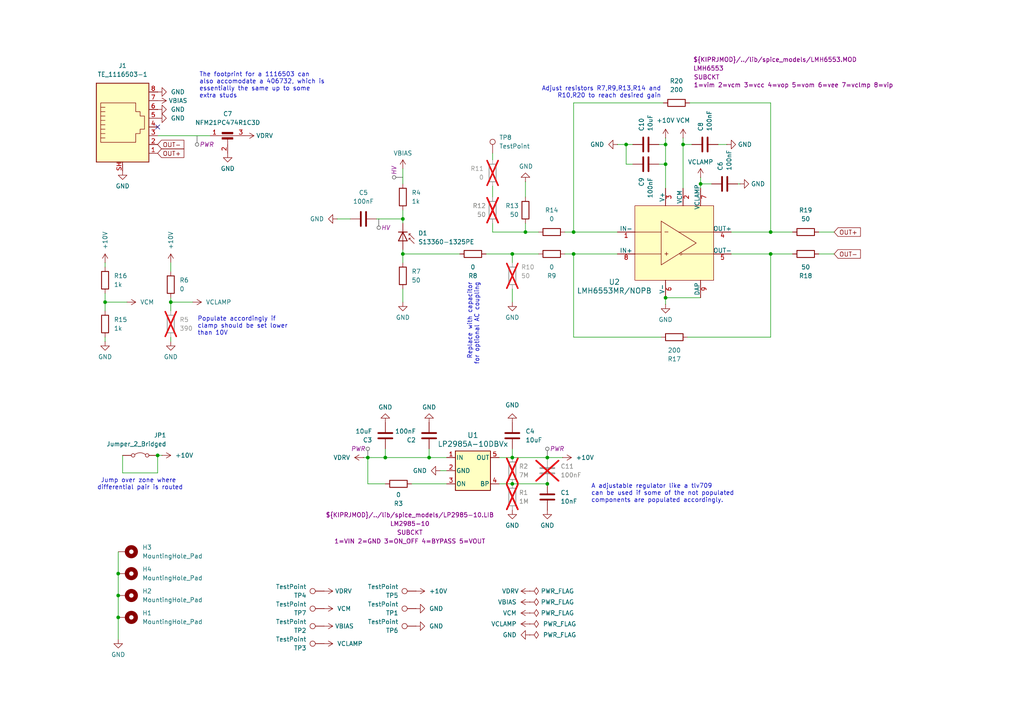
<source format=kicad_sch>
(kicad_sch (version 20250114) (generator "eeschema") (generator_version "9.0")
  (paper "A4")
  (title_block (title "CLAWS Sensor") (date "2024-12-17") (rev "4.2") (comment 1 "As this is an iteration on previous designs (V3.x), revision number starts at 4.0") (comment 2 "V4.1 addresses the issues discovered when building V4.0 prototypes") (comment 3 "V4.2 reduces number of different components used"))
  (lib_symbols
    (symbol "CLAWSv4:LMH6553MR_NOPB" (pin_names (offset 0))
      (property "Reference" "U" (at 18.034 -28.448 0))
      (property "Value" "LMH6553MR/NOPB" (at 18.034 -30.988 0))
      (property "Sim.Library" "${KIPRJMOD}/../lib/spice_models/LMH6553.MOD" (at 52.578 4.572 0))
      (property "Sim.Name" "LMH6553" (at -8.128 -2.54 0))
      (property "Sim.Device" "SUBCKT" (at -8.636 -0.508 0))
      (property "Sim.Pins" "1=vim 2=vcm 3=vcc 4=vop 5=vom 6=vee 7=vclmp 8=vip" (at 49.276 2.032 0))
      (symbol "LMH6553MR_NOPB_1_1"
        (rectangle (start -3.81 -5.08) (end 19.05 -26.67) (fill (type background)))
        (polyline (pts (xy 3.81 -9.525) (xy 13.97 -15.875) (xy 3.81 -22.225) (xy 3.81 -9.525)))
        (polyline (pts (xy 3.81 -12.7) (xy -3.81 -12.7)))
        (polyline (pts (xy 3.81 -19.05) (xy -3.81 -19.05)))
        (circle (center 9.525 -19.05) (radius 0.284))
        (polyline (pts (xy 19.05 -12.7) (xy 8.89 -12.7)))
        (polyline (pts (xy 19.05 -19.05) (xy 9.906 -19.05)))
        (text "-" (at 5.334 -12.573 0) (effects (font (size 1.27 1.27))))
        (text "+" (at 5.334 -18.923 0) (effects (font (size 1.27 1.27))))
        (pin input line (at -8.89 -12.7 0) (length 5.08) (name "IN-") (number "1"))
        (pin input line (at -8.89 -19.05 0) (length 5.08) (name "IN+") (number "8"))
        (pin power_in line (at 5.08 0 270) (length 5.08) (name "V+") (number "3"))
        (pin power_in line (at 5.08 -31.75 90) (length 5.08) (name "V-") (number "6"))
        (pin input line (at 10.16 0 270) (length 5.08) (name "VCM") (number "2"))
        (pin input line (at 15.24 0 270) (length 5.08) (name "VCLAMP") (number "7"))
        (pin passive line (at 15.24 -31.75 90) (length 5.08) (name "DAP") (number "9"))
        (pin output line (at 24.13 -12.7 180) (length 5.08) (name "OUT+") (number "4"))
        (pin output line (at 24.13 -19.05 180) (length 5.08) (name "OUT-") (number "5"))
      )
    )
    (symbol "CLAWSv4:LP2985A-10DBVx" (pin_names (offset 0.254))
      (property "Reference" "U" (at 7.62 6.35 0))
      (property "Value" "LP2985A-10DBVx" (at 7.62 3.81 0))
      (property "Sim.Library" "${KIPRJMOD}/../lib/spice_models/LP2985-10.LIB" (at -23.876 -16.51 0))
      (property "Sim.Name" "LM2985-10" (at -26.416 -8.382 0))
      (property "Sim.Device" "SUBCKT" (at -25.4 -10.922 0))
      (property "Sim.Pins" "1=VIN 2=GND 3=ON_OFF 4=BYPASS 5=VOUT" (at -25.4 -12.954 0))
      (symbol "LP2985A-10DBVx_0_1"
        (rectangle (start 2.54 1.905) (end 12.7 -9.525) (stroke (width 0.254)) (fill (type background)))
      )
      (symbol "LP2985A-10DBVx_1_1"
        (pin power_in line (at 0 0 0) (length 2.54) (name "IN") (number "1"))
        (pin power_in line (at 0 -3.81 0) (length 2.54) (name "GND") (number "2"))
        (pin input line (at 0 -7.62 0) (length 2.54) (name "ON") (number "3"))
        (pin power_out line (at 15.24 0 180) (length 2.54) (name "OUT") (number "5"))
        (pin input line (at 15.24 -7.62 180) (length 2.54) (name "BP") (number "4"))
      )
    )
    (symbol "CLAWSv4:RJ45_Shielded" (pin_names (offset 1.016))
      (property "Reference" "J" (at -5.08 13.97 0))
      (property "Value" "RJ45_Shielded" (at 2.54 13.97 0))
      (symbol "RJ45_Shielded_0_1"
        (rectangle (start -7.62 12.7) (end 7.62 -10.16) (stroke (width 0.254)) (fill (type background)))
        (polyline (pts (xy -6.35 1.905) (xy -5.08 1.905) (xy -5.08 1.905)))
        (polyline (pts (xy -6.35 0.635) (xy -5.08 0.635) (xy -5.08 0.635)))
        (polyline (pts (xy -6.35 -0.635) (xy -5.08 -0.635) (xy -5.08 -0.635)))
        (polyline (pts (xy -6.35 -1.905) (xy -5.08 -1.905) (xy -5.08 -1.905)))
        (polyline (pts (xy -6.35 -3.175) (xy -5.08 -3.175) (xy -5.08 -3.175)))
        (polyline (pts (xy -6.35 -4.445) (xy -6.35 6.985) (xy 3.81 6.985) (xy 3.81 4.445) (xy 5.08 4.445) (xy 5.08 3.175) (xy 6.35 3.175) (xy 6.35 -0.635) (xy 5.08 -0.635) (xy 5.08 -1.905) (xy 3.81 -1.905) (xy 3.81 -4.445) (xy -6.35 -4.445) (xy -6.35 -4.445)))
        (polyline (pts (xy -5.08 5.715) (xy -6.35 5.715)))
        (polyline (pts (xy -5.08 4.445) (xy -6.35 4.445)))
        (polyline (pts (xy -5.08 3.175) (xy -6.35 3.175) (xy -6.35 3.175)))
      )
      (symbol "RJ45_Shielded_1_1"
        (pin passive line (at 0 -12.7 90) (length 2.54) (name "~") (number "SH"))
        (pin passive line (at 10.16 10.16 180) (length 2.54) (name "~") (number "8"))
        (pin passive line (at 10.16 7.62 180) (length 2.54) (name "~") (number "7"))
        (pin passive line (at 10.16 5.08 180) (length 2.54) (name "~") (number "6"))
        (pin passive line (at 10.16 2.54 180) (length 2.54) (name "~") (number "5"))
        (pin passive line (at 10.16 0 180) (length 2.54) (name "~") (number "4"))
        (pin passive line (at 10.16 -2.54 180) (length 2.54) (name "~") (number "3"))
        (pin passive line (at 10.16 -5.08 180) (length 2.54) (name "~") (number "2"))
        (pin passive line (at 10.16 -7.62 180) (length 2.54) (name "~") (number "1"))
      )
    )
    (symbol "CLAWSv4:S14160-1315PS" (pin_numbers (hide yes)) (pin_names (hide yes))
      (property "Reference" "D" (at 1.778 1.778 0))
      (property "Value" "S14160-1315PS" (at 0.254 -2.794 0))
      (symbol "S14160-1315PS_0_1"
        (polyline (pts (xy -1.27 1.27) (xy -1.27 -1.27)) (stroke (width 0.254)))
        (polyline (pts (xy -1.27 0) (xy 1.27 0)))
        (polyline (pts (xy -0.762 1.778) (xy -0.254 1.778)))
        (polyline (pts (xy 0.762 3.302) (xy -0.762 1.778) (xy -0.762 2.286)))
        (polyline (pts (xy 1.27 1.27) (xy 1.27 -1.27)) (stroke (width 0.254)))
        (polyline (pts (xy 1.27 1.27) (xy -1.27 0) (xy 1.27 -1.27)) (stroke (width 0.254)))
        (polyline (pts (xy 2.032 3.302) (xy 0.508 1.778) (xy 0.508 2.286) (xy 0.508 1.778) (xy 1.016 1.778)))
      )
      (symbol "S14160-1315PS_1_1"
        (pin passive line (at -3.81 0 0) (length 2.54) (name "K") (number "2"))
        (pin passive line (at 3.81 0 180) (length 2.54) (name "A") (number "3"))
      )
    )
    (symbol "Connector:TestPoint" (pin_numbers (hide yes)) (pin_names (offset 0.762) (hide yes))
      (property "Reference" "TP" (at 0 6.858 0))
      (property "Value" "TestPoint" (at 0 5.08 0))
      (symbol "TestPoint_0_1"
        (circle (center 0 3.302) (radius 0.762))
      )
      (symbol "TestPoint_1_1"
        (pin passive line (at 0 0 90) (length 2.54) (name "1") (number "1"))
      )
    )
    (symbol "Device:C" (pin_numbers (hide yes)) (pin_names (offset 0.254))
      (property "Reference" "C" (at 0.635 2.54 0))
      (property "Value" "C" (at 0.635 -2.54 0))
      (symbol "C_0_1"
        (polyline (pts (xy -2.032 0.762) (xy 2.032 0.762)) (stroke (width 0.508)))
        (polyline (pts (xy -2.032 -0.762) (xy 2.032 -0.762)) (stroke (width 0.508)))
      )
      (symbol "C_1_1"
        (pin passive line (at 0 3.81 270) (length 2.794) (name "~") (number "1"))
        (pin passive line (at 0 -3.81 90) (length 2.794) (name "~") (number "2"))
      )
    )
    (symbol "Device:Filter_EMI_C" (pin_names (offset 0.254) (hide yes))
      (property "Reference" "C" (at 0 7.62 0))
      (property "Value" "Filter_EMI_C" (at 0 5.715 0))
      (symbol "Filter_EMI_C_0_1"
        (polyline (pts (xy -2.54 2.54) (xy 2.54 2.54)))
        (rectangle (start -1.651 1.524) (end 1.524 2.032) (fill (type outline)))
        (polyline (pts (xy 0 0) (xy 0 1.778)))
        (rectangle (start 1.524 3.048) (end -1.651 3.556) (fill (type outline)))
      )
      (symbol "Filter_EMI_C_1_1"
        (pin passive line (at -5.08 2.54 0) (length 2.54) (name "1") (number "1"))
        (pin passive line (at 0 -2.54 90) (length 2.54) (name "2") (number "2"))
        (pin passive line (at 5.08 2.54 180) (length 2.54) (name "3") (number "3"))
      )
    )
    (symbol "Device:R" (pin_numbers (hide yes)) (pin_names (offset 0))
      (property "Reference" "R" (at 2.032 0 90))
      (property "Value" "R" (at 0 0 90))
      (symbol "R_0_1"
        (rectangle (start -1.016 -2.54) (end 1.016 2.54) (stroke (width 0.254)))
      )
      (symbol "R_1_1"
        (pin passive line (at 0 3.81 270) (length 1.27) (name "~") (number "1"))
        (pin passive line (at 0 -3.81 90) (length 1.27) (name "~") (number "2"))
      )
    )
    (symbol "Jumper:Jumper_2_Bridged" (pin_numbers (hide yes)) (pin_names (offset 0) (hide yes))
      (property "Reference" "JP" (at 0 1.905 0))
      (property "Value" "Jumper_2_Bridged" (at 0 -2.54 0))
      (symbol "Jumper_2_Bridged_0_0"
        (circle (center -2.032 0) (radius 0.508))
        (circle (center 2.032 0) (radius 0.508))
      )
      (symbol "Jumper_2_Bridged_0_1"
        (arc (start -1.524 0.254) (mid 0 0.762) (end 1.524 0.254))
      )
      (symbol "Jumper_2_Bridged_1_1"
        (pin passive line (at -5.08 0 0) (length 2.54) (name "A") (number "1"))
        (pin passive line (at 5.08 0 180) (length 2.54) (name "B") (number "2"))
      )
    )
    (symbol "Mechanical:MountingHole_Pad" (pin_numbers (hide yes)) (pin_names (offset 1.016) (hide yes)) (in_bom no)
      (property "Reference" "H" (at 0 6.35 0))
      (property "Value" "MountingHole_Pad" (at 0 4.445 0))
      (symbol "MountingHole_Pad_0_1"
        (circle (center 0 1.27) (radius 1.27) (stroke (width 1.27)))
      )
      (symbol "MountingHole_Pad_1_1"
        (pin input line (at 0 -2.54 90) (length 2.54) (name "1") (number "1"))
      )
    )
    (symbol "power:+5V" (power) (pin_numbers (hide yes)) (pin_names (offset 0) (hide yes))
      (property "Value" "+5V" (at 0 3.556 0))
      (symbol "+5V_0_1"
        (polyline (pts (xy -0.762 1.27) (xy 0 2.54)))
        (polyline (pts (xy 0 2.54) (xy 0.762 1.27)))
        (polyline (pts (xy 0 0) (xy 0 2.54)))
      )
      (symbol "+5V_1_1"
        (pin power_in line (at 0 0 90) (length 0) (name "~") (number "1"))
      )
    )
    (symbol "power:GND" (power) (pin_numbers (hide yes)) (pin_names (offset 0) (hide yes))
      (property "Value" "GND" (at 0 -3.81 0))
      (symbol "GND_0_1"
        (polyline (pts (xy 0 0) (xy 0 -1.27) (xy 1.27 -1.27) (xy 0 -2.54) (xy -1.27 -1.27) (xy 0 -1.27)))
      )
      (symbol "GND_1_1"
        (pin power_in line (at 0 0 270) (length 0) (name "~") (number "1"))
      )
    )
    (symbol "power:PWR_FLAG" (power) (pin_numbers (hide yes)) (pin_names (offset 0) (hide yes))
      (property "Value" "PWR_FLAG" (at 0 3.81 0))
      (symbol "PWR_FLAG_0_0"
        (pin power_out line (at 0 0 90) (length 0) (name "~") (number "1"))
      )
      (symbol "PWR_FLAG_0_1"
        (polyline (pts (xy 0 0) (xy 0 1.27) (xy -1.016 1.905) (xy 0 2.54) (xy 1.016 1.905) (xy 0 1.27)))
      )
    )
    (symbol "power:VCC" (power) (pin_numbers (hide yes)) (pin_names (offset 0) (hide yes))
      (property "Value" "VCC" (at 0 3.556 0))
      (symbol "VCC_0_1"
        (polyline (pts (xy -0.762 1.27) (xy 0 2.54)))
        (polyline (pts (xy 0 2.54) (xy 0.762 1.27)))
        (polyline (pts (xy 0 0) (xy 0 2.54)))
      )
      (symbol "VCC_1_1"
        (pin power_in line (at 0 0 90) (length 0) (name "~") (number "1"))
      )
    )
  )
  (text "Adjust resistors R7,R9,R13,R14 and\nR10,R20 to reach desired gain" (at 191.77 28.575 0) (effects (font (size 1.27 1.27)) (justify right bottom)))
  (text "Replace with capacitor\nfor optional AC coupling" (at 139.065 81.915 90) (effects (font (size 1.27 1.27)) (justify right bottom)))
  (text "The footprint for a 1116503 can\nalso accomodate a 406732, which is\nessentially the same up to some \nextra studs" (at 57.785 20.955 0) (effects (font (size 1.27 1.27)) (justify left top)))
  (text "A adjustable regulator like a tlv709\ncan be used if some of the not populated\ncomponents are populated accordingly." (at 171.45 140.335 0) (effects (font (size 1.27 1.27)) (justify left top)))
  (text "Populate accordingly if \nclamp should be set lower\nthan 10V" (at 57.277 97.409 0) (effects (font (size 1.27 1.27)) (justify left bottom)))
  (text "Jump over zone where \ndifferential pair is routed" (at 40.64 138.684 0) (effects (font (size 1.27 1.27)) (justify top)))
  (junction (at 111.76 132.715))
  (junction (at 193.04 86.36))
  (junction (at 198.12 41.91))
  (junction (at 223.52 67.31))
  (junction (at 148.59 132.715))
  (junction (at 124.46 132.715))
  (junction (at 181.61 41.91))
  (junction (at 34.29 179.07))
  (junction (at 116.84 73.66))
  (junction (at 166.37 67.31))
  (junction (at 166.37 73.66))
  (junction (at 223.52 73.66))
  (junction (at 193.04 47.625))
  (junction (at 116.84 63.5))
  (junction (at 45.72 132.08))
  (junction (at 30.48 87.63))
  (junction (at 158.75 140.335))
  (junction (at 193.04 41.91))
  (junction (at 49.53 87.63))
  (junction (at 106.68 132.715))
  (junction (at 34.29 166.37))
  (junction (at 34.29 172.72))
  (junction (at 203.2 53.34))
  (junction (at 148.59 140.335))
  (junction (at 152.4 67.31))
  (junction (at 158.75 132.715))
  (junction (at 148.59 73.66))
  (no_connect (at 45.72 36.83))
  (wire (pts (xy 148.59 73.66) (xy 156.21 73.66)))
  (wire (pts (xy 152.4 57.15) (xy 152.4 52.705)))
  (wire (pts (xy 45.72 39.37) (xy 60.96 39.37)))
  (wire (pts (xy 223.52 73.66) (xy 212.09 73.66)))
  (wire (pts (xy 142.875 67.31) (xy 142.875 64.77)))
  (wire (pts (xy 152.4 67.31) (xy 156.21 67.31)))
  (wire (pts (xy 144.78 140.335) (xy 148.59 140.335)))
  (wire (pts (xy 223.52 29.845) (xy 223.52 67.31)))
  (wire (pts (xy 198.12 41.91) (xy 198.12 54.61)))
  (wire (pts (xy 49.53 87.63) (xy 49.53 86.36)))
  (wire (pts (xy 241.935 67.31) (xy 237.49 67.31)))
  (wire (pts (xy 105.41 132.715) (xy 106.68 132.715)))
  (wire (pts (xy 203.2 51.435) (xy 203.2 53.34)))
  (wire (pts (xy 45.72 132.08) (xy 45.72 137.16)))
  (wire (pts (xy 119.38 140.335) (xy 129.54 140.335)))
  (wire (pts (xy 198.12 41.91) (xy 200.66 41.91)))
  (wire (pts (xy 140.97 73.66) (xy 148.59 73.66)))
  (wire (pts (xy 124.46 130.175) (xy 124.46 132.715)))
  (wire (pts (xy 166.37 73.66) (xy 179.07 73.66)))
  (wire (pts (xy 152.4 67.31) (xy 142.875 67.31)))
  (wire (pts (xy 148.59 140.335) (xy 158.75 140.335)))
  (wire (pts (xy 166.37 73.66) (xy 166.37 97.79)))
  (wire (pts (xy 97.79 63.5) (xy 101.6 63.5)))
  (wire (pts (xy 181.61 47.625) (xy 183.515 47.625)))
  (wire (pts (xy 109.22 63.5) (xy 116.84 63.5)))
  (wire (pts (xy 116.84 48.895) (xy 116.84 53.34)))
  (wire (pts (xy 34.29 179.07) (xy 34.29 185.42)))
  (wire (pts (xy 30.48 76.2) (xy 30.48 77.47)))
  (wire (pts (xy 148.59 132.715) (xy 144.78 132.715)))
  (wire (pts (xy 181.61 41.91) (xy 183.515 41.91)))
  (wire (pts (xy 181.61 41.91) (xy 181.61 47.625)))
  (wire (pts (xy 116.84 72.39) (xy 116.84 73.66)))
  (wire (pts (xy 49.53 90.17) (xy 49.53 87.63)))
  (wire (pts (xy 34.29 160.02) (xy 34.29 166.37)))
  (wire (pts (xy 116.84 63.5) (xy 116.84 64.77)))
  (wire (pts (xy 111.76 130.175) (xy 111.76 132.715)))
  (wire (pts (xy 191.135 47.625) (xy 193.04 47.625)))
  (wire (pts (xy 111.76 132.715) (xy 124.46 132.715)))
  (wire (pts (xy 163.83 67.31) (xy 166.37 67.31)))
  (wire (pts (xy 191.135 41.91) (xy 193.04 41.91)))
  (wire (pts (xy 166.37 73.66) (xy 163.83 73.66)))
  (wire (pts (xy 223.52 67.31) (xy 212.09 67.31)))
  (wire (pts (xy 166.37 97.79) (xy 191.77 97.79)))
  (wire (pts (xy 229.87 67.31) (xy 223.52 67.31)))
  (wire (pts (xy 166.37 67.31) (xy 179.07 67.31)))
  (wire (pts (xy 213.995 53.34) (xy 214.63 53.34)))
  (wire (pts (xy 148.59 83.82) (xy 148.59 87.63)))
  (wire (pts (xy 49.53 78.74) (xy 49.53 76.2)))
  (wire (pts (xy 106.68 140.335) (xy 111.76 140.335)))
  (wire (pts (xy 148.59 130.175) (xy 148.59 132.715)))
  (wire (pts (xy 198.12 40.005) (xy 198.12 41.91)))
  (wire (pts (xy 127.635 136.525) (xy 129.54 136.525)))
  (wire (pts (xy 142.875 57.15) (xy 142.875 53.975)))
  (wire (pts (xy 124.46 132.715) (xy 129.54 132.715)))
  (wire (pts (xy 106.68 132.715) (xy 111.76 132.715)))
  (wire (pts (xy 148.59 73.66) (xy 148.59 76.2)))
  (wire (pts (xy 193.04 47.625) (xy 193.04 54.61)))
  (wire (pts (xy 49.53 97.79) (xy 49.53 99.06)))
  (wire (pts (xy 35.56 137.16) (xy 35.56 132.08)))
  (wire (pts (xy 203.2 53.34) (xy 203.2 54.61)))
  (wire (pts (xy 163.195 132.715) (xy 158.75 132.715)))
  (wire (pts (xy 34.29 166.37) (xy 34.29 172.72)))
  (wire (pts (xy 30.48 85.09) (xy 30.48 87.63)))
  (wire (pts (xy 106.68 132.715) (xy 106.68 140.335)))
  (wire (pts (xy 30.48 87.63) (xy 36.83 87.63)))
  (wire (pts (xy 116.84 73.66) (xy 133.35 73.66)))
  (wire (pts (xy 193.04 86.36) (xy 203.2 86.36)))
  (wire (pts (xy 208.28 41.91) (xy 210.82 41.91)))
  (wire (pts (xy 166.37 29.845) (xy 166.37 67.31)))
  (wire (pts (xy 34.29 172.72) (xy 34.29 179.07)))
  (wire (pts (xy 241.935 73.66) (xy 237.49 73.66)))
  (wire (pts (xy 229.87 73.66) (xy 223.52 73.66)))
  (wire (pts (xy 223.52 97.79) (xy 223.52 73.66)))
  (wire (pts (xy 158.75 132.715) (xy 148.59 132.715)))
  (wire (pts (xy 30.48 87.63) (xy 30.48 90.17)))
  (wire (pts (xy 200.025 29.845) (xy 223.52 29.845)))
  (wire (pts (xy 193.04 41.91) (xy 193.04 47.625)))
  (wire (pts (xy 199.39 97.79) (xy 223.52 97.79)))
  (wire (pts (xy 193.04 40.005) (xy 193.04 41.91)))
  (wire (pts (xy 45.72 137.16) (xy 35.56 137.16)))
  (wire (pts (xy 142.875 44.45) (xy 142.875 46.355)))
  (wire (pts (xy 49.53 87.63) (xy 55.88 87.63)))
  (wire (pts (xy 46.99 132.08) (xy 45.72 132.08)))
  (wire (pts (xy 193.04 88.265) (xy 193.04 86.36)))
  (wire (pts (xy 116.84 73.66) (xy 116.84 76.2)))
  (wire (pts (xy 116.84 60.96) (xy 116.84 63.5)))
  (wire (pts (xy 152.4 67.31) (xy 152.4 64.77)))
  (wire (pts (xy 203.2 53.34) (xy 206.375 53.34)))
  (wire (pts (xy 192.405 29.845) (xy 166.37 29.845)))
  (wire (pts (xy 116.84 83.82) (xy 116.84 87.63)))
  (wire (pts (xy 30.48 99.06) (xy 30.48 97.79)))
  (wire (pts (xy 179.07 41.91) (xy 181.61 41.91)))
  (global_label "OUT-" (shape input) (at 241.935 73.66 0) (property "Intersheetrefs" "${INTERSHEET_REFS}" (effects (hide yes))))
  (global_label "OUT+" (shape input) (at 241.935 67.31 0) (property "Intersheetrefs" "${INTERSHEET_REFS}" (effects (hide yes))))
  (global_label "OUT+" (shape input) (at 45.72 44.45 0) (property "Intersheetrefs" "${INTERSHEET_REFS}" (effects (hide yes))))
  (global_label "OUT-" (shape input) (at 45.72 41.91 0) (property "Intersheetrefs" "${INTERSHEET_REFS}" (effects (hide yes))))
  (netclass_flag "" (length 2.54) (shape round) (at 109.855 63.5 180) (property "Netclass" "HV" (at 110.5535 66.04 0) (effects (font (italic yes)) (justify left))))
  (netclass_flag "" (length 2.54) (shape round) (at 106.68 132.715 0) (property "Netclass" "PWR" (at 105.9815 130.175 0) (effects (font (italic yes)) (justify right))))
  (netclass_flag "" (length 2.54) (shape round) (at 57.15 39.37 180) (property "Netclass" "PWR" (at 57.8485 41.91 0) (effects (font (italic yes)) (justify left))))
  (netclass_flag "" (length 2.54) (shape round) (at 158.75 132.715 0) (property "Netclass" "PWR" (at 159.4485 130.175 0) (effects (font (italic yes)) (justify left))))
  (netclass_flag "" (length 2.54) (shape round) (at 116.84 51.435 90) (property "Netclass" "HV" (at 114.3 50.7365 90) (effects (font (italic yes)) (justify left))))
  (symbol (lib_id "power:GND") (at 49.53 99.06 0) (unit 1)
    (property "Reference" "#PWR025" (effects (hide yes)))
    (property "Value" "GND" (at 49.53 103.505 0))
    (property "Description" "Power symbol creates a global label with name \"GND\" , ground" (effects (hide yes)))
  )
  (symbol (lib_id "power:GND") (at 152.4 52.705 180) (unit 1)
    (property "Reference" "#PWR014" (effects (hide yes)))
    (property "Value" "GND" (at 150.495 48.26 0) (effects (justify right)))
    (property "Description" "Power symbol creates a global label with name \"GND\" , ground" (effects (hide yes)))
  )
  (symbol (lib_id "power:GND") (at 116.84 87.63 0) (unit 1)
    (property "Reference" "#PWR021" (effects (hide yes)))
    (property "Value" "GND" (at 116.84 92.075 0))
    (property "Description" "Power symbol creates a global label with name \"GND\" , ground" (effects (hide yes)))
  )
  (symbol (lib_id "Device:C") (at 187.325 41.91 270) (unit 1)
    (property "Reference" "C10" (at 186.0549 38.1 0) (effects (justify right)))
    (property "Value" "10uF" (at 188.5949 38.1 0) (effects (justify right)))
    (property "Footprint" "Capacitor_SMD:C_0603_1608Metric" (effects (hide yes)))
    (property "Description" "Unpolarized capacitor" (effects (hide yes)))
    (property "Part Number" "GRM188R61E106KA73D" (effects (hide yes)))
  )
  (symbol (lib_id "CLAWSv4:LMH6553MR_NOPB") (at 187.96 54.61 0) (unit 1)
    (property "Reference" "U2" (at 178.181 81.788 0) (effects (font (size 1.524 1.524))))
    (property "Value" "LMH6553MR/NOPB" (at 178.181 84.328 0) (effects (font (size 1.524 1.524))))
    (property "Footprint" "CLAWSv4:MRA08B" (effects (hide yes)))
    (property "Datasheet" "https://www.ti.com/lit/gpn/lmh6553" (effects (hide yes)))
    (property "Sim.Library" "${KIPRJMOD}/../lib/spice_models/LMH6553.MOD" (at 224.79 17.272 0))
    (property "Sim.Name" "LMH6553" (at 205.486 19.812 0))
    (property "Sim.Device" "SUBCKT" (at 204.978 22.352 0))
    (property "Sim.Pins" "1=vim 2=vcm 3=vcc 4=vop 5=vom 6=vee 7=vclmp 8=vip" (at 230.124 24.638 0))
    (property "Part Number" "LMH6553MRE/NOPB" (effects (hide yes)))
  )
  (symbol (lib_id "power:+5V") (at 153.67 180.975 90) (unit 1)
    (property "Reference" "#PWR050" (effects (hide yes)))
    (property "Value" "VCLAMP" (at 149.86 180.9749 90) (effects (justify left)))
    (property "Description" "Power symbol creates a global label with name \"+5V\"" (effects (hide yes)))
  )
  (symbol (lib_id "power:+5V") (at 198.12 40.005 0) (unit 1)
    (property "Reference" "#PWR07" (effects (hide yes)))
    (property "Value" "VCM" (at 198.12 34.925 0))
    (property "Description" "Power symbol creates a global label with name \"+5V\"" (effects (hide yes)))
  )
  (symbol (lib_id "Connector:TestPoint") (at 93.98 171.45 90) (unit 1)
    (property "Reference" "TP4" (at 88.9 172.7201 90) (effects (justify left)))
    (property "Value" "TestPoint" (at 88.9 170.1801 90) (effects (justify left)))
    (property "Footprint" "TestPoint:TestPoint_THTPad_D1.5mm_Drill0.7mm" (effects (hide yes)))
    (property "Description" "test point" (effects (hide yes)))
  )
  (symbol (lib_id "Connector:TestPoint") (at 120.65 181.61 90) (unit 1)
    (property "Reference" "TP6" (at 115.57 182.8801 90) (effects (justify left)))
    (property "Value" "TestPoint" (at 115.57 180.3401 90) (effects (justify left)))
    (property "Footprint" "TestPoint:TestPoint_THTPad_D1.5mm_Drill0.7mm" (effects (hide yes)))
    (property "Description" "test point" (effects (hide yes)))
  )
  (symbol (lib_id "power:+5V") (at 55.88 87.63 270) (unit 1)
    (property "Reference" "#PWR020" (effects (hide yes)))
    (property "Value" "VCLAMP" (at 59.69 87.6299 90) (effects (justify left)))
    (property "Description" "Power symbol creates a global label with name \"+5V\"" (effects (hide yes)))
  )
  (symbol (lib_id "power:GND") (at 97.79 63.5 270) (unit 1)
    (property "Reference" "#PWR016" (effects (hide yes)))
    (property "Value" "GND" (at 93.98 63.4999 90) (effects (justify right)))
    (property "Description" "Power symbol creates a global label with name \"GND\" , ground" (effects (hide yes)))
  )
  (symbol (lib_id "Device:R") (at 160.02 67.31 90) (unit 1)
    (property "Reference" "R14" (at 160.02 60.96 90))
    (property "Value" "0" (at 160.02 63.5 90))
    (property "Footprint" "Resistor_SMD:R_0603_1608Metric" (effects (hide yes)))
    (property "Description" "Resistor" (effects (hide yes)))
    (property "Part Number" "ERJ-3GEY0R00V" (effects (hide yes)))
  )
  (symbol (lib_id "Mechanical:MountingHole_Pad") (at 36.83 160.02 270) (unit 1)
    (property "Reference" "H3" (at 41.275 158.7499 90) (effects (justify left)))
    (property "Value" "MountingHole_Pad" (at 41.275 161.2899 90) (effects (justify left)))
    (property "Footprint" "MountingHole:MountingHole_3.2mm_M3_ISO7380_Pad_TopBottom" (effects (hide yes)))
    (property "Description" "Mounting Hole with connection" (effects (hide yes)))
  )
  (symbol (lib_id "CLAWSv4:RJ45_Shielded") (at 35.56 36.83 0) (unit 1)
    (property "Reference" "J1" (at 35.56 19.05 0))
    (property "Value" "TE_1116503-1" (at 35.56 21.59 0))
    (property "Footprint" "CLAWSv4:TE_1116503" (effects (hide yes)))
    (property "Datasheet" "https://www.te.com/en/product-406732-2.html" (effects (hide yes)))
    (property "Description" "RJ connector, 8P8C (8 positions 8 connected), Shielded" (effects (hide yes)))
    (property "Part Number" "TE_1116503-1" (effects (hide yes)))
  )
  (symbol (lib_id "power:GND") (at 35.56 49.53 0) (unit 1)
    (property "Reference" "#PWR012" (effects (hide yes)))
    (property "Value" "GND" (at 35.56 53.975 0))
    (property "Description" "Power symbol creates a global label with name \"GND\" , ground" (effects (hide yes)))
  )
  (symbol (lib_id "power:+5V") (at 153.67 177.8 90) (unit 1)
    (property "Reference" "#PWR049" (effects (hide yes)))
    (property "Value" "VCM" (at 149.86 177.8001 90) (effects (justify left)))
    (property "Description" "Power symbol creates a global label with name \"+5V\"" (effects (hide yes)))
  )
  (symbol (lib_id "CLAWSv4:S14160-1315PS") (at 116.84 68.58 270) (unit 1)
    (property "Reference" "D1" (at 121.285 67.6274 90) (effects (justify left)))
    (property "Value" "S13360-1325PE" (at 121.285 70.1674 90) (effects (justify left)))
    (property "Footprint" "CLAWSv4:Hamamatsu_Sxxx60-13xxXX_hand_solder" (effects (hide yes)))
    (property "Datasheet" "${KIPRJMOD}/../lib/datasheets/s14160-1310ps_etc_kapd1070e.pdf" (effects (hide yes)))
    (property "Description" "wide dynamic range Multi-Pixel Photon Counter with 15µm pixel pitch" (effects (hide yes)))
    (property "Part Number" "S13360-1325PE" (effects (hide yes)))
  )
  (symbol (lib_id "power:+5V") (at 163.195 132.715 270) (unit 1)
    (property "Reference" "#PWR034" (effects (hide yes)))
    (property "Value" "+10V" (at 167.005 132.7149 90) (effects (justify left)))
    (property "Description" "Power symbol creates a global label with name \"+5V\"" (effects (hide yes)))
  )
  (symbol (lib_id "power:VCC") (at 105.41 132.715 90) (unit 1)
    (property "Reference" "#PWR033" (effects (hide yes)))
    (property "Value" "VDRV" (at 101.6 132.7149 90) (effects (justify left)))
    (property "Description" "Power symbol creates a global label with name \"VCC\"" (effects (hide yes)))
  )
  (symbol (lib_id "power:GND") (at 193.04 88.265 0) (unit 1)
    (property "Reference" "#PWR023" (effects (hide yes)))
    (property "Value" "GND" (at 193.04 92.71 0))
    (property "Description" "Power symbol creates a global label with name \"GND\" , ground" (effects (hide yes)))
  )
  (symbol (lib_id "Device:C") (at 105.41 63.5 90) (unit 1)
    (property "Reference" "C5" (at 105.41 55.88 90))
    (property "Value" "100nF" (at 105.41 58.42 90))
    (property "Footprint" "Capacitor_SMD:C_0603_1608Metric" (effects (hide yes)))
    (property "Description" "Unpolarized capacitor" (effects (hide yes)))
    (property "Part Number" "GRM188R72A104KA35D" (effects (hide yes)))
  )
  (symbol (lib_id "power:+5V") (at 203.2 51.435 0) (unit 1)
    (property "Reference" "#PWR013" (effects (hide yes)))
    (property "Value" "VCLAMP" (at 203.2 46.99 0))
    (property "Description" "Power symbol creates a global label with name \"+5V\"" (effects (hide yes)))
  )
  (symbol (lib_id "power:VCC") (at 93.98 171.45 270) (unit 1)
    (property "Reference" "#PWR043" (effects (hide yes)))
    (property "Value" "VDRV" (at 97.155 171.4501 90) (effects (justify left)))
    (property "Description" "Power symbol creates a global label with name \"VCC\"" (effects (hide yes)))
  )
  (symbol (lib_id "power:GND") (at 66.04 44.45 0) (unit 1)
    (property "Reference" "#PWR010" (effects (hide yes)))
    (property "Value" "GND" (at 66.04 48.895 0))
    (property "Description" "Power symbol creates a global label with name \"GND\" , ground" (effects (hide yes)))
  )
  (symbol (lib_id "Mechanical:MountingHole_Pad") (at 36.83 179.07 270) (unit 1)
    (property "Reference" "H1" (at 41.275 177.7999 90) (effects (justify left)))
    (property "Value" "MountingHole_Pad" (at 41.275 180.3399 90) (effects (justify left)))
    (property "Footprint" "MountingHole:MountingHole_3.2mm_M3_ISO7380_Pad_TopBottom" (effects (hide yes)))
    (property "Description" "Mounting Hole with connection" (effects (hide yes)))
  )
  (symbol (lib_id "power:VCC") (at 153.67 174.625 90) (unit 1)
    (property "Reference" "#PWR046" (effects (hide yes)))
    (property "Value" "VBIAS" (at 149.86 174.6249 90) (effects (justify left)))
    (property "Description" "Power symbol creates a global label with name \"VCC\"" (effects (hide yes)))
  )
  (symbol (lib_id "Device:C") (at 210.185 53.34 270) (unit 1)
    (property "Reference" "C6" (at 208.9149 49.53 0) (effects (justify right)))
    (property "Value" "100nF" (at 211.4549 49.53 0) (effects (justify right)))
    (property "Footprint" "Capacitor_SMD:C_0603_1608Metric" (effects (hide yes)))
    (property "Description" "Unpolarized capacitor" (effects (hide yes)))
    (property "Part Number" "GRM188R72A104KA35D" (effects (hide yes)))
  )
  (symbol (lib_id "power:GND") (at 214.63 53.34 90) (unit 1)
    (property "Reference" "#PWR015" (effects (hide yes)))
    (property "Value" "GND" (at 217.805 53.3399 90) (effects (justify right)))
    (property "Description" "Power symbol creates a global label with name \"GND\" , ground" (effects (hide yes)))
  )
  (symbol (lib_id "power:VCC") (at 93.98 181.61 270) (unit 1)
    (property "Reference" "#PWR051" (effects (hide yes)))
    (property "Value" "VBIAS" (at 97.155 181.6099 90) (effects (justify left)))
    (property "Description" "Power symbol creates a global label with name \"VCC\"" (effects (hide yes)))
  )
  (symbol (lib_id "power:GND") (at 127.635 136.525 270) (unit 1)
    (property "Reference" "#PWR037" (effects (hide yes)))
    (property "Value" "GND" (at 123.825 136.5249 90) (effects (justify right)))
    (property "Description" "Power symbol creates a global label with name \"GND\" , ground" (effects (hide yes)))
  )
  (symbol (lib_id "Device:R") (at 142.875 50.165 0) (mirror y) (unit 1) (dnp yes)
    (property "Reference" "R11" (at 140.335 48.8949 0) (effects (justify left)))
    (property "Value" "0" (at 140.335 51.4349 0) (effects (justify left)))
    (property "Footprint" "Resistor_SMD:R_0603_1608Metric" (effects (hide yes)))
    (property "Description" "Resistor" (effects (hide yes)))
    (property "Part Number" "ERJ-3GEY0R00V" (effects (hide yes)))
  )
  (symbol (lib_id "power:GND") (at 45.72 34.29 90) (unit 1)
    (property "Reference" "#PWR04" (effects (hide yes)))
    (property "Value" "GND" (at 49.53 34.2899 90) (effects (justify right)))
    (property "Description" "Power symbol creates a global label with name \"GND\" , ground" (effects (hide yes)))
  )
  (symbol (lib_id "Device:C") (at 158.75 144.145 180) (unit 1)
    (property "Reference" "C1" (at 162.56 142.8749 0) (effects (justify right)))
    (property "Value" "10nF" (at 162.56 145.4149 0) (effects (justify right)))
    (property "Footprint" "Capacitor_SMD:C_0603_1608Metric" (effects (hide yes)))
    (property "Description" "Unpolarized capacitor" (effects (hide yes)))
    (property "Part Number" "GRM188R72A103KA01D" (effects (hide yes)))
  )
  (symbol (lib_id "Device:R") (at 195.58 97.79 90) (mirror x) (unit 1)
    (property "Reference" "R17" (at 195.58 104.14 90))
    (property "Value" "200" (at 195.58 101.6 90))
    (property "Footprint" "Resistor_SMD:R_0603_1608Metric" (effects (hide yes)))
    (property "Description" "Resistor" (effects (hide yes)))
    (property "Part Number" "ERJ-3GEYJ201V" (effects (hide yes)))
  )
  (symbol (lib_id "power:PWR_FLAG") (at 153.67 174.625 270) (unit 1)
    (property "Reference" "#FLG02" (effects (hide yes)))
    (property "Value" "PWR_FLAG" (at 156.845 174.6249 90) (effects (justify left)))
    (property "Description" "Special symbol for telling ERC where power comes from" (effects (hide yes)))
  )
  (symbol (lib_id "Device:R") (at 160.02 73.66 90) (mirror x) (unit 1)
    (property "Reference" "R9" (at 160.02 80.01 90))
    (property "Value" "0" (at 160.02 77.47 90))
    (property "Footprint" "Resistor_SMD:R_0603_1608Metric" (effects (hide yes)))
    (property "Description" "Resistor" (effects (hide yes)))
    (property "Part Number" "ERJ-3GEY0R00V" (effects (hide yes)))
  )
  (symbol (lib_id "power:GND") (at 158.75 147.955 0) (unit 1)
    (property "Reference" "#PWR040" (effects (hide yes)))
    (property "Value" "GND" (at 158.75 152.4 0))
    (property "Description" "Power symbol creates a global label with name \"GND\" , ground" (effects (hide yes)))
  )
  (symbol (lib_id "power:+5V") (at 30.48 76.2 0) (unit 1)
    (property "Reference" "#PWR017" (effects (hide yes)))
    (property "Value" "+10V" (at 30.4799 72.39 90) (effects (justify left)))
    (property "Description" "Power symbol creates a global label with name \"+5V\"" (effects (hide yes)))
  )
  (symbol (lib_id "power:GND") (at 34.29 185.42 0) (unit 1)
    (property "Reference" "#PWR054" (effects (hide yes)))
    (property "Value" "GND" (at 34.29 189.865 0))
    (property "Description" "Power symbol creates a global label with name \"GND\" , ground" (effects (hide yes)))
  )
  (symbol (lib_id "power:+5V") (at 120.65 171.45 270) (unit 1)
    (property "Reference" "#PWR044" (effects (hide yes)))
    (property "Value" "+10V" (at 124.46 171.4499 90) (effects (justify left)))
    (property "Description" "Power symbol creates a global label with name \"+5V\"" (effects (hide yes)))
  )
  (symbol (lib_id "Connector:TestPoint") (at 120.65 171.45 90) (unit 1)
    (property "Reference" "TP5" (at 115.57 172.7201 90) (effects (justify left)))
    (property "Value" "TestPoint" (at 115.57 170.1801 90) (effects (justify left)))
    (property "Footprint" "TestPoint:TestPoint_THTPad_D1.5mm_Drill0.7mm" (effects (hide yes)))
    (property "Description" "test point" (effects (hide yes)))
  )
  (symbol (lib_id "Connector:TestPoint") (at 93.98 181.61 90) (unit 1)
    (property "Reference" "TP2" (at 88.9 182.8801 90) (effects (justify left)))
    (property "Value" "TestPoint" (at 88.9 180.3401 90) (effects (justify left)))
    (property "Footprint" "TestPoint:TestPoint_THTPad_D1.5mm_Drill0.7mm" (effects (hide yes)))
    (property "Description" "test point" (effects (hide yes)))
  )
  (symbol (lib_id "Device:C") (at 148.59 126.365 180) (unit 1)
    (property "Reference" "C4" (at 152.4 125.0949 0) (effects (justify right)))
    (property "Value" "10uF" (at 152.4 127.6349 0) (effects (justify right)))
    (property "Footprint" "Capacitor_SMD:C_0603_1608Metric" (effects (hide yes)))
    (property "Description" "Unpolarized capacitor" (effects (hide yes)))
    (property "Part Number" "GRM188R61E106KA73D" (effects (hide yes)))
  )
  (symbol (lib_id "Device:R") (at 233.68 73.66 270) (unit 1)
    (property "Reference" "R18" (at 233.68 80.01 90))
    (property "Value" "50" (at 233.68 77.47 90))
    (property "Footprint" "Resistor_SMD:R_0603_1608Metric" (effects (hide yes)))
    (property "Description" "Resistor" (effects (hide yes)))
    (property "Part Number" "ERJ-3EKF49R9V" (effects (hide yes)))
  )
  (symbol (lib_id "Mechanical:MountingHole_Pad") (at 36.83 166.37 270) (unit 1)
    (property "Reference" "H4" (at 41.275 165.0999 90) (effects (justify left)))
    (property "Value" "MountingHole_Pad" (at 41.275 167.6399 90) (effects (justify left)))
    (property "Footprint" "MountingHole:MountingHole_3.2mm_M3_ISO7380_Pad_TopBottom" (effects (hide yes)))
    (property "Description" "Mounting Hole with connection" (effects (hide yes)))
  )
  (symbol (lib_id "Device:C") (at 124.46 126.365 0) (unit 1)
    (property "Reference" "C2" (at 120.65 127.6351 0) (effects (justify right)))
    (property "Value" "100nF" (at 120.65 125.0951 0) (effects (justify right)))
    (property "Footprint" "Capacitor_SMD:C_0603_1608Metric" (effects (hide yes)))
    (property "Description" "Unpolarized capacitor" (effects (hide yes)))
    (property "Part Number" "GRM188R72A104KA35D" (effects (hide yes)))
  )
  (symbol (lib_id "Connector:TestPoint") (at 93.98 186.69 90) (unit 1)
    (property "Reference" "TP3" (at 88.9 187.9601 90) (effects (justify left)))
    (property "Value" "TestPoint" (at 88.9 185.4201 90) (effects (justify left)))
    (property "Footprint" "TestPoint:TestPoint_THTPad_D1.5mm_Drill0.7mm" (effects (hide yes)))
    (property "Description" "test point" (effects (hide yes)))
  )
  (symbol (lib_id "power:GND") (at 153.67 184.15 270) (unit 1)
    (property "Reference" "#PWR053" (effects (hide yes)))
    (property "Value" "GND" (at 149.86 184.1499 90) (effects (justify right)))
    (property "Description" "Power symbol creates a global label with name \"GND\" , ground" (effects (hide yes)))
  )
  (symbol (lib_id "Device:R") (at 115.57 140.335 270) (mirror x) (unit 1)
    (property "Reference" "R3" (at 115.57 146.05 90))
    (property "Value" "0" (at 115.57 143.51 90))
    (property "Footprint" "Resistor_SMD:R_0603_1608Metric" (effects (hide yes)))
    (property "Description" "Resistor" (effects (hide yes)))
    (property "Part Number" "ERJ-3GEY0R00V" (effects (hide yes)))
  )
  (symbol (lib_id "Device:C") (at 111.76 126.365 0) (unit 1)
    (property "Reference" "C3" (at 107.95 127.6351 0) (effects (justify right)))
    (property "Value" "10uF" (at 107.95 125.0951 0) (effects (justify right)))
    (property "Footprint" "Capacitor_SMD:C_0603_1608Metric" (effects (hide yes)))
    (property "Description" "Unpolarized capacitor" (effects (hide yes)))
    (property "Part Number" "GRM188R61E106KA73D" (effects (hide yes)))
  )
  (symbol (lib_id "power:GND") (at 45.72 26.67 90) (unit 1)
    (property "Reference" "#PWR01" (effects (hide yes)))
    (property "Value" "GND" (at 49.53 26.6699 90) (effects (justify right)))
    (property "Description" "Power symbol creates a global label with name \"GND\" , ground" (effects (hide yes)))
  )
  (symbol (lib_id "Device:R") (at 137.16 73.66 90) (mirror x) (unit 1)
    (property "Reference" "R8" (at 137.16 80.01 90))
    (property "Value" "0" (at 137.16 77.47 90))
    (property "Footprint" "Resistor_SMD:R_0603_1608Metric" (effects (hide yes)))
    (property "Description" "Resistor" (effects (hide yes)))
    (property "Part Number" "ERJ-3GEY0R00V" (effects (hide yes)))
  )
  (symbol (lib_id "power:PWR_FLAG") (at 153.67 184.15 270) (unit 1)
    (property "Reference" "#FLG05" (effects (hide yes)))
    (property "Value" "PWR_FLAG" (at 157.48 184.1499 90) (effects (justify left)))
    (property "Description" "Special symbol for telling ERC where power comes from" (effects (hide yes)))
  )
  (symbol (lib_id "power:+5V") (at 193.04 40.005 0) (unit 1)
    (property "Reference" "#PWR06" (effects (hide yes)))
    (property "Value" "+10V" (at 193.04 34.925 0))
    (property "Description" "Power symbol creates a global label with name \"+5V\"" (effects (hide yes)))
  )
  (symbol (lib_id "Device:C") (at 204.47 41.91 270) (unit 1)
    (property "Reference" "C8" (at 203.1999 38.1 0) (effects (justify right)))
    (property "Value" "100nF" (at 205.7399 38.1 0) (effects (justify right)))
    (property "Footprint" "Capacitor_SMD:C_0603_1608Metric" (effects (hide yes)))
    (property "Description" "Unpolarized capacitor" (effects (hide yes)))
    (property "Part Number" "GRM188R72A104KA35D" (effects (hide yes)))
  )
  (symbol (lib_id "Device:R") (at 30.48 93.98 0) (unit 1)
    (property "Reference" "R15" (at 33.02 92.7099 0) (effects (justify left)))
    (property "Value" "1k" (at 33.02 95.2499 0) (effects (justify left)))
    (property "Footprint" "Resistor_SMD:R_0603_1608Metric" (effects (hide yes)))
    (property "Description" "Resistor" (effects (hide yes)))
    (property "Part Number" "ERJ-3EKF1001V" (effects (hide yes)))
  )
  (symbol (lib_id "Device:R") (at 116.84 57.15 0) (unit 1)
    (property "Reference" "R4" (at 119.38 55.8799 0) (effects (justify left)))
    (property "Value" "1k" (at 119.38 58.4199 0) (effects (justify left)))
    (property "Footprint" "Resistor_SMD:R_0603_1608Metric" (effects (hide yes)))
    (property "Description" "Resistor" (effects (hide yes)))
    (property "Part Number" "ERJ-3EKF1001V" (effects (hide yes)))
  )
  (symbol (lib_id "power:GND") (at 148.59 87.63 0) (unit 1)
    (property "Reference" "#PWR022" (effects (hide yes)))
    (property "Value" "GND" (at 148.59 92.075 0))
    (property "Description" "Power symbol creates a global label with name \"GND\" , ground" (effects (hide yes)))
  )
  (symbol (lib_id "power:GND") (at 148.59 147.955 0) (unit 1)
    (property "Reference" "#PWR039" (effects (hide yes)))
    (property "Value" "GND" (at 148.59 152.4 0))
    (property "Description" "Power symbol creates a global label with name \"GND\" , ground" (effects (hide yes)))
  )
  (symbol (lib_id "power:GND") (at 179.07 41.91 270) (unit 1)
    (property "Reference" "#PWR08" (effects (hide yes)))
    (property "Value" "GND" (at 175.26 41.9099 90) (effects (justify right)))
    (property "Description" "Power symbol creates a global label with name \"GND\" , ground" (effects (hide yes)))
  )
  (symbol (lib_id "power:+5V") (at 49.53 76.2 0) (unit 1)
    (property "Reference" "#PWR018" (effects (hide yes)))
    (property "Value" "+10V" (at 49.5299 72.39 90) (effects (justify left)))
    (property "Description" "Power symbol creates a global label with name \"+5V\"" (effects (hide yes)))
  )
  (symbol (lib_id "power:VCC") (at 153.67 171.45 90) (unit 1)
    (property "Reference" "#PWR045" (effects (hide yes)))
    (property "Value" "VDRV" (at 150.495 171.4499 90) (effects (justify left)))
    (property "Description" "Power symbol creates a global label with name \"VCC\"" (effects (hide yes)))
  )
  (symbol (lib_id "Device:R") (at 148.59 144.145 0) (unit 1) (dnp yes)
    (property "Reference" "R1" (at 150.495 142.8749 0) (effects (justify left)))
    (property "Value" "1M" (at 150.495 145.4149 0) (effects (justify left)))
    (property "Footprint" "Resistor_SMD:R_0603_1608Metric" (effects (hide yes)))
    (property "Description" "Resistor" (effects (hide yes)))
  )
  (symbol (lib_id "Mechanical:MountingHole_Pad") (at 36.83 172.72 270) (unit 1)
    (property "Reference" "H2" (at 41.275 171.4499 90) (effects (justify left)))
    (property "Value" "MountingHole_Pad" (at 41.275 173.9899 90) (effects (justify left)))
    (property "Footprint" "MountingHole:MountingHole_3.2mm_M3_ISO7380_Pad_TopBottom" (effects (hide yes)))
    (property "Description" "Mounting Hole with connection" (effects (hide yes)))
  )
  (symbol (lib_id "power:+5V") (at 93.98 176.53 270) (unit 1)
    (property "Reference" "#PWR047" (effects (hide yes)))
    (property "Value" "VCM" (at 97.79 176.5299 90) (effects (justify left)))
    (property "Description" "Power symbol creates a global label with name \"+5V\"" (effects (hide yes)))
  )
  (symbol (lib_id "Device:R") (at 148.59 136.525 0) (unit 1) (dnp yes)
    (property "Reference" "R2" (at 150.495 135.2549 0) (effects (justify left)))
    (property "Value" "7M" (at 150.495 137.7949 0) (effects (justify left)))
    (property "Footprint" "Resistor_SMD:R_0603_1608Metric" (effects (hide yes)))
    (property "Description" "Resistor" (effects (hide yes)))
  )
  (symbol (lib_id "Device:C") (at 187.325 47.625 270) (mirror x) (unit 1)
    (property "Reference" "C9" (at 186.0549 51.435 0) (effects (justify right)))
    (property "Value" "100nF" (at 188.5949 51.435 0) (effects (justify right)))
    (property "Footprint" "Capacitor_SMD:C_0603_1608Metric" (effects (hide yes)))
    (property "Description" "Unpolarized capacitor" (effects (hide yes)))
    (property "Part Number" "GRM188R72A104KA35D" (effects (hide yes)))
  )
  (symbol (lib_id "power:GND") (at 120.65 181.61 90) (unit 1)
    (property "Reference" "#PWR052" (effects (hide yes)))
    (property "Value" "GND" (at 124.46 181.6099 90) (effects (justify right)))
    (property "Description" "Power symbol creates a global label with name \"GND\" , ground" (effects (hide yes)))
  )
  (symbol (lib_id "Device:R") (at 49.53 93.98 0) (unit 1) (dnp yes)
    (property "Reference" "R5" (at 52.07 92.7099 0) (effects (justify left)))
    (property "Value" "390" (at 52.07 95.2499 0) (effects (justify left)))
    (property "Footprint" "Resistor_SMD:R_0603_1608Metric" (effects (hide yes)))
    (property "Description" "Resistor" (effects (hide yes)))
  )
  (symbol (lib_id "power:+5V") (at 46.99 132.08 270) (unit 1)
    (property "Reference" "#PWR032" (effects (hide yes)))
    (property "Value" "+10V" (at 50.8 132.0799 90) (effects (justify left)))
    (property "Description" "Power symbol creates a global label with name \"+5V\"" (effects (hide yes)))
  )
  (symbol (lib_id "power:PWR_FLAG") (at 153.67 180.975 270) (unit 1)
    (property "Reference" "#FLG04" (effects (hide yes)))
    (property "Value" "PWR_FLAG" (at 157.48 180.9749 90) (effects (justify left)))
    (property "Description" "Special symbol for telling ERC where power comes from" (effects (hide yes)))
  )
  (symbol (lib_id "Device:R") (at 148.59 80.01 0) (unit 1) (dnp yes)
    (property "Reference" "R10" (at 151.13 77.4699 0) (effects (justify left)))
    (property "Value" "50" (at 151.13 80.0099 0) (effects (justify left)))
    (property "Footprint" "Resistor_SMD:R_0603_1608Metric" (effects (hide yes)))
    (property "Description" "Resistor" (effects (hide yes)))
    (property "Part Number" "ERJ-3EKF49R9V" (effects (hide yes)))
  )
  (symbol (lib_id "Connector:TestPoint") (at 93.98 176.53 90) (unit 1)
    (property "Reference" "TP7" (at 88.9 177.8001 90) (effects (justify left)))
    (property "Value" "TestPoint" (at 88.9 175.2601 90) (effects (justify left)))
    (property "Footprint" "TestPoint:TestPoint_THTPad_D1.5mm_Drill0.7mm" (effects (hide yes)))
    (property "Description" "test point" (effects (hide yes)))
  )
  (symbol (lib_id "Device:R") (at 142.875 60.96 0) (mirror x) (unit 1) (dnp yes)
    (property "Reference" "R12" (at 140.97 59.6899 0) (effects (justify right)))
    (property "Value" "50" (at 140.97 62.2299 0) (effects (justify right)))
    (property "Footprint" "Resistor_SMD:R_0603_1608Metric" (effects (hide yes)))
    (property "Description" "Resistor" (effects (hide yes)))
    (property "Part Number" "ERJ-3EKF49R9V" (effects (hide yes)))
  )
  (symbol (lib_id "power:GND") (at 124.46 122.555 0) (mirror x) (unit 1)
    (property "Reference" "#PWR027" (effects (hide yes)))
    (property "Value" "GND" (at 124.46 118.11 0))
    (property "Description" "Power symbol creates a global label with name \"GND\" , ground" (effects (hide yes)))
  )
  (symbol (lib_id "power:PWR_FLAG") (at 153.67 171.45 270) (unit 1)
    (property "Reference" "#FLG01" (effects (hide yes)))
    (property "Value" "PWR_FLAG" (at 156.845 171.4499 90) (effects (justify left)))
    (property "Description" "Special symbol for telling ERC where power comes from" (effects (hide yes)))
  )
  (symbol (lib_id "power:VCC") (at 71.12 39.37 270) (unit 1)
    (property "Reference" "#PWR05" (effects (hide yes)))
    (property "Value" "VDRV" (at 74.295 39.3699 90) (effects (justify left)))
    (property "Description" "Power symbol creates a global label with name \"VCC\"" (effects (hide yes)))
  )
  (symbol (lib_id "Device:Filter_EMI_C") (at 66.04 41.91 0) (unit 1)
    (property "Reference" "C7" (at 66.04 33.02 0))
    (property "Value" "NFM21PC474R1C3D" (at 66.04 35.56 0))
    (property "Footprint" "CLAWSv4:NFM21PC225B0J3D_MUR" (effects (hide yes)))
    (property "Datasheet" "https://www.murata.com/en-us/products/productdetail?partno=NFM21PC474R1C3%23" (effects (hide yes)))
    (property "Description" "EMI filter, single capacitor" (effects (hide yes)))
    (property "Part Number" "NFM21PC474R1C3D" (effects (hide yes)))
  )
  (symbol (lib_id "Connector:TestPoint") (at 142.875 44.45 0) (unit 1)
    (property "Reference" "TP8" (at 144.78 39.8779 0) (effects (justify left)))
    (property "Value" "TestPoint" (at 144.78 42.4179 0) (effects (justify left)))
    (property "Footprint" "TestPoint:TestPoint_THTPad_D1.5mm_Drill0.7mm" (effects (hide yes)))
    (property "Description" "test point" (effects (hide yes)))
  )
  (symbol (lib_id "power:GND") (at 148.59 122.555 180) (unit 1)
    (property "Reference" "#PWR028" (effects (hide yes)))
    (property "Value" "GND" (at 148.59 117.475 0))
    (property "Description" "Power symbol creates a global label with name \"GND\" , ground" (effects (hide yes)))
  )
  (symbol (lib_id "Device:R") (at 152.4 60.96 0) (mirror x) (unit 1)
    (property "Reference" "R13" (at 150.495 59.6899 0) (effects (justify right)))
    (property "Value" "50" (at 150.495 62.2299 0) (effects (justify right)))
    (property "Footprint" "Resistor_SMD:R_0603_1608Metric" (effects (hide yes)))
    (property "Description" "Resistor" (effects (hide yes)))
    (property "Part Number" "ERJ-3EKF49R9V" (effects (hide yes)))
  )
  (symbol (lib_id "power:+5V") (at 36.83 87.63 270) (unit 1)
    (property "Reference" "#PWR019" (effects (hide yes)))
    (property "Value" "VCM" (at 40.64 87.6299 90) (effects (justify left)))
    (property "Description" "Power symbol creates a global label with name \"+5V\"" (effects (hide yes)))
  )
  (symbol (lib_id "power:GND") (at 111.76 122.555 0) (mirror x) (unit 1)
    (property "Reference" "#PWR026" (effects (hide yes)))
    (property "Value" "GND" (at 111.76 118.11 0))
    (property "Description" "Power symbol creates a global label with name \"GND\" , ground" (effects (hide yes)))
  )
  (symbol (lib_id "Device:C") (at 158.75 136.525 180) (unit 1) (dnp yes)
    (property "Reference" "C11" (at 162.56 135.2549 0) (effects (justify right)))
    (property "Value" "100nF" (at 162.56 137.7949 0) (effects (justify right)))
    (property "Footprint" "Capacitor_SMD:C_0603_1608Metric" (effects (hide yes)))
    (property "Description" "Unpolarized capacitor" (effects (hide yes)))
    (property "Part Number" "GRM188R72A104KA35D" (effects (hide yes)))
  )
  (symbol (lib_id "Device:R") (at 30.48 81.28 0) (unit 1)
    (property "Reference" "R16" (at 33.02 80.0099 0) (effects (justify left)))
    (property "Value" "1k" (at 33.02 82.5499 0) (effects (justify left)))
    (property "Footprint" "Resistor_SMD:R_0603_1608Metric" (effects (hide yes)))
    (property "Description" "Resistor" (effects (hide yes)))
    (property "Part Number" "ERJ-3EKF1001V" (effects (hide yes)))
  )
  (symbol (lib_id "Jumper:Jumper_2_Bridged") (at 40.64 132.08 0) (unit 1) (exclude_from_sim yes)
    (property "Reference" "JP1" (at 48.26 126.238 0) (effects (justify right)))
    (property "Value" "Jumper_2_Bridged" (at 48.26 128.778 0) (effects (justify right)))
    (property "Footprint" "Resistor_SMD:R_2512_6332Metric" (effects (hide yes)))
    (property "Description" "Jumper, 2-pole, closed/bridged" (effects (hide yes)))
    (property "Part Number" "ERJ-U1T0R00U" (effects (hide yes)))
  )
  (symbol (lib_id "power:+5V") (at 93.98 186.69 270) (unit 1)
    (property "Reference" "#PWR055" (effects (hide yes)))
    (property "Value" "VCLAMP" (at 97.79 186.6899 90) (effects (justify left)))
    (property "Description" "Power symbol creates a global label with name \"+5V\"" (effects (hide yes)))
  )
  (symbol (lib_id "Device:R") (at 49.53 82.55 0) (unit 1)
    (property "Reference" "R6" (at 52.07 81.2799 0) (effects (justify left)))
    (property "Value" "0" (at 52.07 83.8199 0) (effects (justify left)))
    (property "Footprint" "Resistor_SMD:R_0603_1608Metric" (effects (hide yes)))
    (property "Description" "Resistor" (effects (hide yes)))
    (property "Part Number" "ERJ-3GEY0R00V" (effects (hide yes)))
  )
  (symbol (lib_id "power:PWR_FLAG") (at 153.67 177.8 270) (unit 1)
    (property "Reference" "#FLG03" (effects (hide yes)))
    (property "Value" "PWR_FLAG" (at 156.845 177.7999 90) (effects (justify left)))
    (property "Description" "Special symbol for telling ERC where power comes from" (effects (hide yes)))
  )
  (symbol (lib_id "power:GND") (at 30.48 99.06 0) (unit 1)
    (property "Reference" "#PWR024" (effects (hide yes)))
    (property "Value" "GND" (at 30.48 103.505 0))
    (property "Description" "Power symbol creates a global label with name \"GND\" , ground" (effects (hide yes)))
  )
  (symbol (lib_id "Device:R") (at 196.215 29.845 90) (unit 1)
    (property "Reference" "R20" (at 196.215 23.495 90))
    (property "Value" "200" (at 196.215 26.035 90))
    (property "Footprint" "Resistor_SMD:R_0603_1608Metric" (effects (hide yes)))
    (property "Description" "Resistor" (effects (hide yes)))
    (property "Part Number" "ERJ-3GEYJ201V" (effects (hide yes)))
  )
  (symbol (lib_id "Device:R") (at 116.84 80.01 0) (unit 1)
    (property "Reference" "R7" (at 119.38 78.7399 0) (effects (justify left)))
    (property "Value" "50" (at 119.38 81.2799 0) (effects (justify left)))
    (property "Footprint" "Resistor_SMD:R_0603_1608Metric" (effects (hide yes)))
    (property "Description" "Resistor" (effects (hide yes)))
    (property "Part Number" "ERJ-3EKF49R9V" (effects (hide yes)))
  )
  (symbol (lib_id "power:GND") (at 210.82 41.91 90) (unit 1)
    (property "Reference" "#PWR09" (effects (hide yes)))
    (property "Value" "GND" (at 213.995 41.9099 90) (effects (justify right)))
    (property "Description" "Power symbol creates a global label with name \"GND\" , ground" (effects (hide yes)))
  )
  (symbol (lib_id "power:VCC") (at 116.84 48.895 0) (unit 1)
    (property "Reference" "#PWR011" (effects (hide yes)))
    (property "Value" "VBIAS" (at 116.84 44.45 0))
    (property "Description" "Power symbol creates a global label with name \"VCC\"" (effects (hide yes)))
  )
  (symbol (lib_id "Connector:TestPoint") (at 120.65 176.53 90) (unit 1)
    (property "Reference" "TP1" (at 115.57 177.8001 90) (effects (justify left)))
    (property "Value" "TestPoint" (at 115.57 175.2601 90) (effects (justify left)))
    (property "Footprint" "TestPoint:TestPoint_THTPad_D1.5mm_Drill0.7mm" (effects (hide yes)))
    (property "Description" "test point" (effects (hide yes)))
  )
  (symbol (lib_id "power:GND") (at 120.65 176.53 90) (unit 1)
    (property "Reference" "#PWR048" (effects (hide yes)))
    (property "Value" "GND" (at 124.46 176.5299 90) (effects (justify right)))
    (property "Description" "Power symbol creates a global label with name \"GND\" , ground" (effects (hide yes)))
  )
  (symbol (lib_id "power:VCC") (at 45.72 29.21 270) (unit 1)
    (property "Reference" "#PWR02" (effects (hide yes)))
    (property "Value" "VBIAS" (at 48.895 29.2099 90) (effects (justify left)))
    (property "Description" "Power symbol creates a global label with name \"VCC\"" (effects (hide yes)))
  )
  (symbol (lib_id "CLAWSv4:LP2985A-10DBVx") (at 129.54 132.715 0) (unit 1)
    (property "Reference" "U1" (at 137.16 126.238 0) (effects (font (size 1.524 1.524))))
    (property "Value" "LP2985A-10DBVx" (at 137.16 128.778 0) (effects (font (size 1.524 1.524))))
    (property "Footprint" "CLAWSv4:SOT-23-5_DBV_TEX" (effects (hide yes)))
    (property "Datasheet" "https://www.ti.com/lit/gpn/lp2985" (effects (hide yes)))
    (property "Description" "150mA, Low-Noise, Low-Dropout Regulator With Shutdown" (effects (hide yes)))
    (property "Sim.Library" "${KIPRJMOD}/../lib/spice_models/LP2985-10.LIB" (at 118.872 149.352 0))
    (property "Sim.Name" "LM2985-10" (at 118.872 151.892 0))
    (property "Sim.Device" "SUBCKT" (at 118.872 154.432 0))
    (property "Sim.Pins" "1=VIN 2=GND 3=ON_OFF 4=BYPASS 5=VOUT" (at 118.872 156.972 0))
    (property "Part Number" "LP2985A-10DBVR" (effects (hide yes)))
  )
  (symbol (lib_id "Device:R") (at 233.68 67.31 270) (mirror x) (unit 1)
    (property "Reference" "R19" (at 233.68 60.96 90))
    (property "Value" "50" (at 233.68 63.5 90))
    (property "Footprint" "Resistor_SMD:R_0603_1608Metric" (effects (hide yes)))
    (property "Description" "Resistor" (effects (hide yes)))
    (property "Part Number" "ERJ-3EKF49R9V" (effects (hide yes)))
  )
  (symbol (lib_id "power:GND") (at 45.72 31.75 90) (unit 1)
    (property "Reference" "#PWR03" (effects (hide yes)))
    (property "Value" "GND" (at 49.53 31.7499 90) (effects (justify right)))
    (property "Description" "Power symbol creates a global label with name \"GND\" , ground" (effects (hide yes)))
  )
)
</source>
